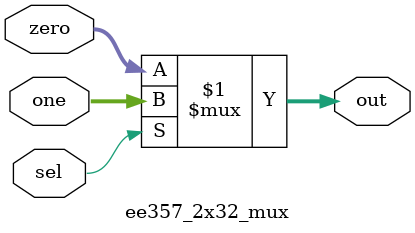
<source format=v>
module ee357_2x32_mux(
	output [31:0] out,
	
	input   [31:0] zero,
	input   [31:0] one,
	input sel
	);
	
	wire [31:0] out;
	wire [31:0] zero;
	wire [31:0] one;
	wire sel;
	
	assign out = sel ? one : zero;
	
endmodule
</source>
